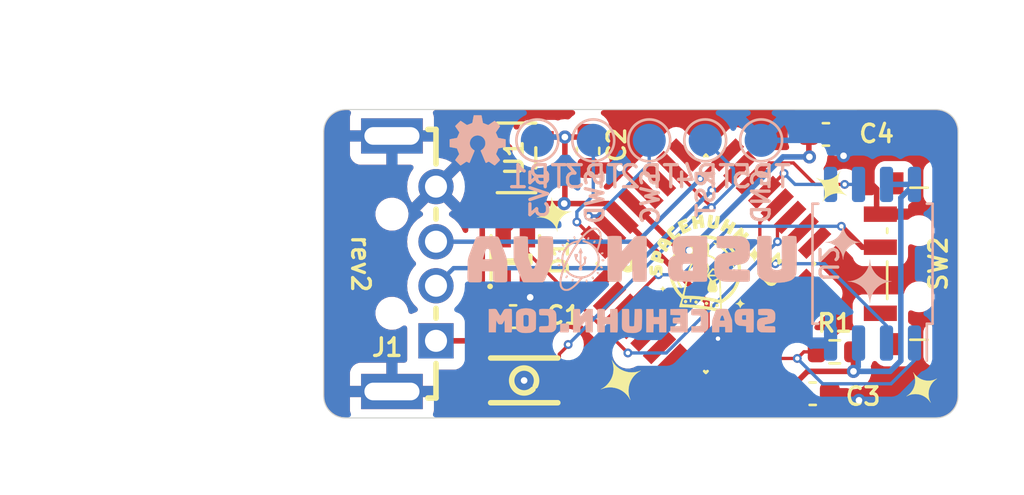
<source format=kicad_pcb>
(kicad_pcb (version 20221018) (generator pcbnew)
  (title_block (title "USB Nova") (date "2022-05-29") (rev "2") (company "Spacehuhn Technologies") (comment 1 "Designed with <3 by Stefan"))
  (layers (0 "F.Cu" signal) (31 "B.Cu" signal) (34 "B.Paste" user) (35 "F.Paste" user) (36 "B.SilkS" user "B.Silkscreen") (37 "F.SilkS" user "F.Silkscreen") (38 "B.Mask" user) (39 "F.Mask" user) (44 "Edge.Cuts" user))
  (net 0 "")
  (net 1 "GND")
  (net 2 "+5V")
  (net 3 "+3V3")
  (net 4 "/NEOPIX")
  (net 5 "/D-")
  (net 6 "/D+")
  (net 7 "/A0_SW")
  (net 8 "/FLASH_CS")
  (net 9 "/SWCLK")
  (net 10 "/SWDIO")
  (net 11 "/SCK2")
  (net 12 "/MOSI2")
  (net 13 "/MISO2")
  (net 14 "/RST")
  (net 15 "Net-(U3-VDDCORE)")
  (footprint "_mykicadlib:USB-A_Plug_THT_U-USBAR04P-M001" (layer "F.Cu") (at 142.3 136 -90)
    (fp_text reference "J1" (at 3.8 1.8) (layer "F.SilkS") (effects (font (size 0.8 0.8) (thickness 0.152)) (justify left)))
    (fp_text value "U-USBAR04P-M001" hide)
    (pad "" np_thru_hole circle (at -2.25 0.8 270) (size 1 1) (drill 1) (layers "*.Cu" "*.Mask"))
    (pad "" np_thru_hole circle (at 2.25 0.8 270) (size 1 1) (drill 1) (layers "*.Cu" "*.Mask"))
    (pad "1" thru_hole rect (at 3.5 -1.2 270) (size 1.6 1.6) (drill 1) (layers "*.Cu" "*.Mask") (net 2 "+5V"))
    (pad "2" thru_hole circle (at 1 -1.2 270) (size 1.6 1.6) (drill 1) (layers "*.Cu" "*.Mask") (net 5 "/D-"))
    (pad "3" thru_hole circle (at -1 -1.2 270) (size 1.6 1.6) (drill 1) (layers "*.Cu" "*.Mask") (net 6 "/D+"))
    (pad "4" thru_hole circle (at -3.5 -1.2 270) (size 1.6 1.6) (drill 1) (layers "*.Cu" "*.Mask") (net 1 "GND"))
    (pad "5" thru_hole rect (at -5.8 0.8 270) (size 1.6 2.8) (drill oval 0.8 2.5) (layers "*.Cu" "*.Mask") (net 1 "GND"))
    (pad "5" thru_hole rect (at 5.8 0.8 270) (size 1.6 2.8) (drill oval 0.8 2.5) (layers "*.Cu" "*.Mask") (net 1 "GND"))
  )
  (footprint "_mykicadlib:SOT-25-5_ME6211C33M5G" (layer "F.Cu") (at 147.05 131.2 -90)
    (fp_text reference "U1" (at -0.005 0 90) (layer "F.SilkS") (effects (font (size 0.8 0.8))))
    (fp_text value "ME6211C33M5G-N")
    (pad "1" smd rect (at -0.955 1.05 180) (size 1.09 0.53) (layers "F.Cu" "F.Paste" "F.Mask") (net 2 "+5V"))
    (pad "2" smd rect (at -0.005 1.05 180) (size 1.09 0.53) (layers "F.Cu" "F.Paste" "F.Mask") (net 1 "GND"))
    (pad "3" smd rect (at 0.945 1.05 180) (size 1.09 0.53) (layers "F.Cu" "F.Paste" "F.Mask") (net 2 "+5V"))
    (pad "4" smd rect (at 0.945 -1.25 180) (size 1.09 0.53) (layers "F.Cu" "F.Paste" "F.Mask"))
    (pad "5" smd rect (at -0.955 -1.25 180) (size 1.09 0.53) (layers "F.Cu" "F.Paste" "F.Mask") (net 3 "+3V3"))
  )
  (footprint "_mykicadlib:ATSAMD21E18A-AUT" (layer "F.Cu") (at 155.75 136 45)
    (fp_text reference "U3" (at 1.992556 2.454834 45) (layer "F.SilkS") (effects (font (size 0.8 0.8))))
    (fp_text value "ATSAMD21E18A-AUT")
    (pad "1" smd rect (at -4.18 -2.8 45) (size 1.6 0.55) (layers "F.Cu" "F.Paste" "F.Mask"))
    (pad "2" smd rect (at -4.18 -2 45) (size 1.6 0.55) (layers "F.Cu" "F.Paste" "F.Mask"))
    (pad "3" smd rect (at -4.18 -1.2 45) (size 1.6 0.55) (layers "F.Cu" "F.Paste" "F.Mask") (net 7 "/A0_SW"))
    (pad "4" smd rect (at -4.18 -0.4 45) (size 1.6 0.55) (layers "F.Cu" "F.Paste" "F.Mask"))
    (pad "5" smd rect (at -4.18 0.4 45) (size 1.6 0.55) (layers "F.Cu" "F.Paste" "F.Mask"))
    (pad "6" smd rect (at -4.18 1.2 45) (size 1.6 0.55) (layers "F.Cu" "F.Paste" "F.Mask"))
    (pad "7" smd rect (at -4.18 2 45) (size 1.6 0.55) (layers "F.Cu" "F.Paste" "F.Mask"))
    (pad "8" smd rect (at -4.18 2.8 45) (size 1.6 0.55) (layers "F.Cu" "F.Paste" "F.Mask"))
    (pad "9" smd rect (at -2.8 4.18 45) (size 0.55 1.6) (layers "F.Cu" "F.Paste" "F.Mask") (net 3 "+3V3"))
    (pad "10" smd rect (at -2 4.18 45) (size 0.55 1.6) (layers "F.Cu" "F.Paste" "F.Mask") (net 1 "GND"))
    (pad "11" smd rect (at -1.2 4.18 45) (size 0.55 1.6) (layers "F.Cu" "F.Paste" "F.Mask") (net 8 "/FLASH_CS"))
    (pad "12" smd rect (at -0.4 4.18 45) (size 0.55 1.6) (layers "F.Cu" "F.Paste" "F.Mask"))
    (pad "13" smd rect (at 0.4 4.18 45) (size 0.55 1.6) (layers "F.Cu" "F.Paste" "F.Mask"))
    (pad "14" smd rect (at 1.2 4.18 45) (size 0.55 1.6) (layers "F.Cu" "F.Paste" "F.Mask"))
    (pad "15" smd rect (at 2 4.18 45) (size 0.55 1.6) (layers "F.Cu" "F.Paste" "F.Mask"))
    (pad "16" smd rect (at 2.8 4.18 45) (size 0.55 1.6) (layers "F.Cu" "F.Paste" "F.Mask"))
    (pad "17" smd rect (at 4.18 2.8 45) (size 1.6 0.55) (layers "F.Cu" "F.Paste" "F.Mask"))
    (pad "18" smd rect (at 4.18 2 45) (size 1.6 0.55) (layers "F.Cu" "F.Paste" "F.Mask"))
    (pad "19" smd rect (at 4.18 1.2 45) (size 1.6 0.55) (layers "F.Cu" "F.Paste" "F.Mask") (net 4 "/NEOPIX"))
    (pad "20" smd rect (at 4.18 0.4 45) (size 1.6 0.55) (layers "F.Cu" "F.Paste" "F.Mask") (net 13 "/MISO2"))
    (pad "21" smd rect (at 4.18 -0.4 45) (size 1.6 0.55) (layers "F.Cu" "F.Paste" "F.Mask") (net 12 "/MOSI2"))
    (pad "22" smd rect (at 4.18 -1.2 45) (size 1.6 0.55) (layers "F.Cu" "F.Paste" "F.Mask") (net 11 "/SCK2"))
    (pad "23" smd rect (at 4.18 -2 45) (size 1.6 0.55) (layers "F.Cu" "F.Paste" "F.Mask") (net 5 "/D-"))
    (pad "24" smd rect (at 4.18 -2.8 45) (size 1.6 0.55) (layers "F.Cu" "F.Paste" "F.Mask") (net 6 "/D+"))
    (pad "25" smd rect (at 2.8 -4.18 45) (size 0.55 1.6) (layers "F.Cu" "F.Paste" "F.Mask"))
    (pad "26" smd rect (at 2 -4.18 45) (size 0.55 1.6) (layers "F.Cu" "F.Paste" "F.Mask") (net 14 "/RST"))
    (pad "27" smd rect (at 1.2 -4.18 45) (size 0.55 1.6) (layers "F.Cu" "F.Paste" "F.Mask"))
    (pad "28" smd rect (at 0.4 -4.18 45) (size 0.55 1.6) (layers "F.Cu" "F.Paste" "F.Mask") (net 1 "GND"))
    (pad "29" smd rect (at -0.4 -4.18 45) (size 0.55 1.6) (layers "F.Cu" "F.Paste" "F.Mask") (net 15 "Net-(U3-VDDCORE)"))
    (pad "30" smd rect (at -1.2 -4.18 45) (size 0.55 1.6) (layers "F.Cu" "F.Paste" "F.Mask") (net 3 "+3V3"))
    (pad "31" smd rect (at -2 -4.18 45) (size 0.55 1.6) (layers "F.Cu" "F.Paste" "F.Mask") (net 9 "/SWCLK"))
    (pad "32" smd rect (at -2.8 -4.18 45) (size 0.55 1.6) (layers "F.Cu" "F.Paste" "F.Mask") (net 10 "/SWDIO"))
  )
  (footprint "Capacitor_SMD:C_0603_1608Metric" (layer "F.Cu") (at 160.6 141.9)
    (fp_text reference "C3" (at 2.28512 0.12156) (layer "F.SilkS") (effects (font (size 0.8 0.8))))
    (fp_text value "1uF")
    (pad "1" smd roundrect (at -0.775 0) (size 0.9 0.95) (layers "F.Cu" "F.Paste" "F.Mask") (net 3 "+3V3"))
    (pad "2" smd roundrect (at 0.775 0) (size 0.9 0.95) (layers "F.Cu" "F.Paste" "F.Mask") (net 1 "GND"))
  )
  (footprint "Capacitor_SMD:C_0603_1608Metric" (layer "F.Cu") (at 150.4 130.88 -90)
    (fp_text reference "C2" (at -0.28 -1.3 -90) (layer "F.SilkS") (effects (font (size 0.8 0.8))))
    (fp_text value "10uF")
    (pad "1" smd roundrect (at -0.775 0 270) (size 0.9 0.95) (layers "F.Cu" "F.Paste" "F.Mask") (net 3 "+3V3"))
    (pad "2" smd roundrect (at 0.775 0 270) (size 0.9 0.95) (layers "F.Cu" "F.Paste" "F.Mask") (net 1 "GND"))
  )
  (footprint "Capacitor_SMD:C_0603_1608Metric" (layer "F.Cu") (at 147 138.4)
    (fp_text reference "C1" (at 2.3 -0.0615) (layer "F.SilkS") (effects (font (size 0.8 0.8))))
    (fp_text value "10uF")
    (pad "1" smd roundrect (at -0.775 0) (size 0.9 0.95) (layers "F.Cu" "F.Paste" "F.Mask") (net 2 "+5V"))
    (pad "2" smd roundrect (at 0.775 0) (size 0.9 0.95) (layers "F.Cu" "F.Paste" "F.Mask") (net 1 "GND"))
  )
  (footprint "Resistor_SMD:R_0603_1608Metric" (layer "F.Cu") (at 161.6 140)
    (fp_text reference "R1" (at 0 -1.3) (layer "F.SilkS") (effects (font (size 0.8 0.8))))
    (fp_text value "5.1K")
    (pad "1" smd roundrect (at -0.825 0) (size 0.8 0.95) (layers "F.Cu" "F.Paste" "F.Mask") (net 8 "/FLASH_CS"))
    (pad "2" smd roundrect (at 0.825 0) (size 0.8 0.95) (layers "F.Cu" "F.Paste" "F.Mask") (net 3 "+3V3"))
  )
  (footprint "Capacitor_SMD:C_0603_1608Metric" (layer "F.Cu") (at 161.2 130.13)
    (fp_text reference "C4" (at 2.3 -0.03) (layer "F.SilkS") (effects (font (size 0.8 0.8))))
    (fp_text value "1uF")
    (pad "1" smd roundrect (at -0.775 0) (size 0.9 0.95) (layers "F.Cu" "F.Paste" "F.Mask") (net 15 "Net-(U3-VDDCORE)"))
    (pad "2" smd roundrect (at 0.775 0) (size 0.9 0.95) (layers "F.Cu" "F.Paste" "F.Mask") (net 1 "GND"))
  )
  (footprint "Artwork:star_small" (layer "F.Cu") (at 151.89708 141.2748 25)
    (fp_text reference "G***" hide)
    (fp_text value "LOGO" hide)
  )
  (footprint "Artwork:spacehuhn_logo_text_small" (layer "F.Cu") (at 155.764441 135.991965)
    (fp_text reference "G***" hide)
    (fp_text value "LOGO" hide)
  )
  (footprint "Artwork:star_tiny" (layer "F.Cu") (at 161.45 132.5 150)
    (fp_text reference "G***" hide)
    (fp_text value "LOGO" hide)
  )
  (footprint "Artwork:star_tiny" (layer "F.Cu") (at 165.55466 141.61516 30)
    (fp_text reference "G***" hide)
    (fp_text value "LOGO" hide)
  )
  (footprint "Artwork:star_tiny" (layer "F.Cu") (at 148.87194 133.76656 10)
    (fp_text reference "G***" hide)
    (fp_text value "LOGO" hide)
  )
  (footprint "_mykicadlib:SW_MK-12C02-G020" (layer "F.Cu") (at 165.1 136 90)
    (fp_text reference "SW2" (at 0 1.2 90) (layer "F.SilkS") (effects (font (size 0.8 0.8))))
    (fp_text value "MK-12C02-G020")
    (pad "" smd rect (at -3.65 -0.78 90) (size 1 0.8) (layers "F.Cu" "F.Paste" "F.Mask"))
    (pad "" smd rect (at -3.65 1.43 90) (size 1 0.8) (layers "F.Cu" "F.Paste" "F.Mask"))
    (pad "" np_thru_hole circle (at -1.5 0.33 90) (size 0.9 0.9) (drill 0.9) (layers "*.Cu" "*.Mask"))
    (pad "" np_thru_hole circle (at 1.5 0.33 90) (size 0.9 0.9) (drill 0.9) (layers "*.Cu" "*.Mask"))
    (pad "" smd rect (at 3.65 -0.78 90) (size 1 0.8) (layers "F.Cu" "F.Paste" "F.Mask"))
    (pad "" smd rect (at 3.65 1.43 90) (size 1 0.8) (layers "F.Cu" "F.Paste" "F.Mask"))
    (pad "1" smd rect (at -2.25 -1.43 90) (size 0.7 1.5) (layers "F.Cu" "F.Paste" "F.Mask"))
    (pad "2" smd rect (at 0.75 -1.43 90) (size 0.7 1.5) (layers "F.Cu" "F.Paste" "F.Mask") (net 7 "/A0_SW"))
    (pad "3" smd rect (at 2.25 -1.43 90) (size 0.7 1.5) (layers "F.Cu" "F.Paste" "F.Mask") (net 1 "GND"))
  )
  (footprint "_mykicadlib:LED-SMD_4P-L2.0-W2.0-TL_WS2812B-2020" (layer "F.Cu") (at 147.1 135.7295 90)
    (fp_text reference "D1" (at 0 2 90) (layer "F.SilkS") (effects (font (size 0.8 0.8))))
    (fp_text value "WS2812B-2020")
    (pad "1" smd rect (at -0.92 -0.55 90) (size 0.9 0.7) (layers "F.Cu" "F.Paste" "F.Mask"))
    (pad "2" smd rect (at -0.92 0.55 90) (size 0.9 0.7) (layers "F.Cu" "F.Paste" "F.Mask") (net 1 "GND"))
    (pad "3" smd rect (at 0.92 0.55 90) (size 0.9 0.7) (layers "F.Cu" "F.Paste" "F.Mask") (net 4 "/NEOPIX"))
    (pad "4" smd rect (at 0.92 -0.55 90) (size 0.9 0.7) (layers "F.Cu" "F.Paste" "F.Mask") (net 3 "+3V3"))
  )
  (footprint "_mykicadlib:SW-SMD_L3.0-W2.0-LS3.5" (layer "F.Cu") (at 147.5 141.3)
    (fp_text reference "SW1" hide)
    (fp_text value "1TS015A-2200-0600-CT")
    (pad "1" smd rect (at -1.6 0) (size 1 1.52) (layers "F.Cu" "F.Paste" "F.Mask") (net 1 "GND"))
    (pad "2" smd rect (at 1.6 0) (size 1 1.52) (layers "F.Cu" "F.Paste" "F.Mask") (net 14 "/RST"))
  )
  (footprint "_mykicadlib:SOIC-8_5.23x5.23mm_P1.27mm" (layer "B.Cu") (at 163.3 136)
    (fp_text reference "U2" (at -2.0032 0.000107 90.1) (layer "B.SilkS") (effects (font (size 0.8 0.8)) (justify mirror)))
    (fp_text value "W25Q32JVSS")
    (pad "1" smd roundrect (at 1.92 3.6 90) (size 1.6 0.6) (layers "B.Cu" "B.Paste" "B.Mask"))
    (pad "2" smd roundrect (at 0.65 3.6 90) (size 1.6 0.6) (layers "B.Cu" "B.Paste" "B.Mask"))
    (pad "3" smd roundrect (at -0.62 3.6 90) (size 1.6 0.6) (layers "B.Cu" "B.Paste" "B.Mask"))
    (pad "4" smd roundrect (at -1.89 3.6 90) (size 1.6 0.6) (layers "B.Cu" "B.Paste" "B.Mask") (net 1 "GND"))
    (pad "5" smd roundrect (at -1.89 -3.6 90) (size 1.6 0.6) (layers "B.Cu" "B.Paste" "B.Mask"))
    (pad "6" smd roundrect (at -0.62 -3.6 90) (size 1.6 0.6) (layers "B.Cu" "B.Paste" "B.Mask"))
    (pad "7" smd roundrect (at 0.65 -3.6 90) (size 1.6 0.6) (layers "B.Cu" "B.Paste" "B.Mask"))
    (pad "8" smd roundrect (at 1.92 -3.6 90) (size 1.6 0.6) (layers "B.Cu" "B.Paste" "B.Mask") (net 3 "+3V3"))
  )
  (footprint "Artwork:oshw_logo_small" (layer "B.Cu") (at 145.3896 130.4 180)
    (fp_text reference "G***" hide)
    (fp_text value "LOGO" hide)
  )
  (footprint "Artwork:star_tiny" (layer "B.Cu") (at 161.9758 135.0264)
    (fp_text reference "G***" hide)
    (fp_text value "LOGO" hide)
  )
  (footprint "Artwork:star_small" (layer "B.Cu") (at 163.195 136.8)
    (fp_text reference "G***" hide)
    (fp_text value "LOGO" hide)
  )
  (footprint "TestPoint:TestPoint_Pad_D1.5mm" (layer "B.Cu") (at 155.72 130.4)
    (fp_text reference "TP4" (at 0 1.648 180) (layer "B.SilkS") (effects (justify mirror)))
    (fp_text value "TestPoint")
    (fp_text user "RST" (at 0.025 2.4 90) (layer "B.SilkS") (effects (font (size 0.8 0.8)) (justify mirror)))
    (pad "1" smd circle (at 0 0) (size 1.5 1.5) (layers "B.Cu" "B.Mask") (net 14 "/RST"))
  )
  (footprint "TestPoint:TestPoint_Pad_D1.5mm" (layer "B.Cu") (at 158.26 130.4)
    (fp_text reference "TP5" (at 0 1.648 180) (layer "B.SilkS") (effects (justify mirror)))
    (fp_text value "TestPoint")
    (fp_text user "GND" (at 0 2.533333 90) (layer "B.SilkS") (effects (font (size 0.8 0.8)) (justify mirror)))
    (pad "1" smd circle (at 0 0) (size 1.5 1.5) (layers "B.Cu" "B.Mask") (net 1 "GND"))
  )
  (footprint "TestPoint:TestPoint_Pad_D1.5mm" (layer "B.Cu") (at 148.1 130.4)
    (fp_text reference "TP1" (at 0 1.648 180) (layer "B.SilkS") (effects (justify mirror)))
    (fp_text value "TestPoint")
    (fp_text user "3V3" (at 0.1 2.419047 90) (layer "B.SilkS") (effects (font (size 0.8 0.8)) (justify mirror)))
    (pad "1" smd circle (at 0 0) (size 1.5 1.5) (layers "B.Cu" "B.Mask") (net 3 "+3V3"))
  )
  (footprint "TestPoint:TestPoint_Pad_D1.5mm" (layer "B.Cu") (at 153.18 130.4)
    (fp_text reference "TP2" (at 0 1.648 180) (layer "B.SilkS") (effects (justify mirror)))
    (fp_text value "TestPoint")
    (fp_text user "SWC" (at 0.05 2.552381 90) (layer "B.SilkS") (effects (font (size 0.8 0.8)) (justify mirror)))
    (pad "1" smd circle (at 0 0) (size 1.5 1.5) (layers "B.Cu" "B.Mask") (net 9 "/SWCLK"))
  )
  (footprint "TestPoint:TestPoint_Pad_D1.5mm" (layer "B.Cu") (at 150.64 130.4)
    (fp_text reference "TP3" (at 0 1.648 180) (layer "B.SilkS") (effects (justify mirror)))
    (fp_text value "TestPoint")
    (fp_text user "SWD" (at 0.075 2.552381 90) (layer "B.SilkS") (effects (font (size 0.8 0.8)) (justify mirror)))
    (pad "1" smd circle (at 0 0) (size 1.5 1.5) (layers "B.Cu" "B.Mask") (net 10 "/SWDIO"))
  )
  (footprint "Artwork:spacehuhncom" (layer "B.Cu") (at 152.396274 138.5856 180)
    (fp_text reference "G***" hide)
    (fp_text value "LOGO" hide)
  )
  (footprint "Artwork:nova" (layer "B.Cu") (at 152.4 135.8 180)
    (fp_text reference "G***" hide)
    (fp_text value "LOGO" hide)
  )
  (gr_line (start 166.2 143) (end 139.4 143) (stroke (width 0.05)) (layer "Edge.Cuts"))
  (gr_line (start 139.4 129) (end 166.2 129) (stroke (width 0.05)) (layer "Edge.Cuts"))
  (gr_line (start 167.2 130) (end 167.2 142) (stroke (width 0.05)) (layer "Edge.Cuts"))
  (gr_arc (start 167.2 142) (mid 166.907107 142.707107) (end 166.2 143) (stroke (width 0.05)) (layer "Edge.Cuts"))
  (gr_arc (start 138.4 130) (mid 138.692893 129.292893) (end 139.4 129) (stroke (width 0.05)) (layer "Edge.Cuts"))
  (gr_line (start 138.4 142) (end 138.4 130) (stroke (width 0.05)) (layer "Edge.Cuts"))
  (gr_arc (start 166.2 129) (mid 166.907107 129.292893) (end 167.2 130) (stroke (width 0.05)) (layer "Edge.Cuts"))
  (gr_arc (start 139.4 143) (mid 138.692893 142.707107) (end 138.4 142) (stroke (width 0.05)) (layer "Edge.Cuts"))
  (gr_text "rev2" (at 140.081 136 -90) (layer "F.SilkS") (effects (font (size 0.8 0.8))))
  (segment (start 147.775 137.525) (end 147.775 136.7695) (width 0.25) (layer "F.Cu") (net 1))
  (segment (start 163.5 133.58) (end 163.5 132.6) (width 0.25) (layer "F.Cu") (net 1))
  (segment (start 147.775 136.7695) (end 147.65 136.6445) (width 0.25) (layer "F.Cu") (net 1))
  (segment (start 161.975 131.075) (end 162 131.1) (width 0.25) (layer "F.Cu") (net 1))
  (segment (start 163.445 133.7) (end 163.495 133.75) (width 0.15) (layer "F.Cu") (net 1))
  (segment (start 151.855 131.655) (end 152.961451 132.761451) (width 0.25) (layer "F.Cu") (net 1))
  (segment (start 157.26992 140.36992) (end 156.3 139.4) (width 0.25) (layer "F.Cu") (net 1))
  (segment (start 162.7 142.2) (end 161.675 142.2) (width 0.25) (layer "F.Cu") (net 1))
  (segment (start 147.775 138.4) (end 147.775 137.525) (width 0.25) (layer "F.Cu") (net 1))
  (segment (start 161.975 130.13) (end 161.975 131.075) (width 0.25) (layer "F.Cu") (net 1))
  (segment (start 145.9 141.3) (end 147.5 141.3) (width 0.25) (layer "F.Cu") (net 1))
  (segment (start 143.5 132.5) (end 144.8 131.2) (width 0.25) (layer "F.Cu") (net 1))
  (segment (start 150.4 131.655) (end 151.845 131.655) (width 0.25) (layer "F.Cu") (net 1))
  (segment (start 163.5 132.6) (end 162 131.1) (width 0.25) (layer "F.Cu") (net 1))
  (segment (start 163.67 133.75) (end 163.5 133.58) (width 0.25) (layer "F.Cu") (net 1))
  (segment (start 157.291493 140.36992) (end 157.26992 140.36992) (width 0.25) (layer "F.Cu") (net 1))
  (segment (start 151.845 131.655) (end 151.855 131.655) (width 0.25) (layer "F.Cu") (net 1))
  (segment (start 161.675 142.2) (end 161.375 141.9) (width 0.25) (layer "F.Cu") (net 1))
  (segment (start 144.8 131.2) (end 146 131.2) (width 0.25) (layer "F.Cu") (net 1))
  (segment (start 152.961451 132.761451) (end 153.077136 132.761451) (width 0.25) (layer "F.Cu") (net 1))
  (via (at 162 131.1) (size 0.6) (drill 0.3) (layers "F.Cu" "B.Cu") (net 1))
  (via (at 156.3 139.4) (size 0.4) (drill 0.2) (layers "F.Cu" "B.Cu") (net 1))
  (via (at 151.845 131.655) (size 0.6) (drill 0.3) (layers "F.Cu" "B.Cu") (net 1))
  (via (at 147.5 141.3) (size 0.6) (drill 0.3) (layers "F.Cu" "B.Cu") (net 1))
  (via (at 162.7 142.2) (size 0.6) (drill 0.3) (layers "F.Cu" "B.Cu") (net 1))
  (via (at 147.775 137.525) (size 0.6) (drill 0.3) (layers "F.Cu" "B.Cu") (net 1))
  (segment (start 161.3 130.4) (end 158.26 130.4) (width 0.25) (layer "B.Cu") (net 1))
  (segment (start 161.3 130.4) (end 162 131.1) (width 0.25) (layer "B.Cu") (net 1))
  (segment (start 145.6 137.7514) (end 145.6 134.15) (width 0.25) (layer "F.Cu") (net 2))
  (segment (start 146.84 131.69) (end 146.38 132.15) (width 0.25) (layer "F.Cu") (net 2))
  (segment (start 146.225 138.4) (end 146.225 138.3764) (width 0.25) (layer "F.Cu") (net 2))
  (segment (start 145.125 139.5) (end 146.225 138.4) (width 0.25) (layer "F.Cu") (net 2))
  (segment (start 145.125 139.5) (end 143.5 139.5) (width 0.25) (layer "F.Cu") (net 2))
  (segment (start 146.225 138.3764) (end 145.6 137.7514) (width 0.25) (layer "F.Cu") (net 2))
  (segment (start 146 130.25) (end 146.37 130.25) (width 0.25) (layer "F.Cu") (net 2))
  (segment (start 146.38 132.15) (end 146 132.15) (width 0.25) (layer "F.Cu") (net 2))
  (segment (start 146 133.75) (end 146 132.15) (width 0.25) (layer "F.Cu") (net 2))
  (segment (start 146.84 130.72) (end 146.84 131.69) (width 0.25) (layer "F.Cu") (net 2))
  (segment (start 146.37 130.25) (end 146.84 130.72) (width 0.25) (layer "F.Cu") (net 2))
  (segment (start 145.6 134.15) (end 146 133.75) (width 0.25) (layer "F.Cu") (net 2))
  (segment (start 149.35 130.25) (end 150.255 130.25) (width 0.25) (layer "F.Cu") (net 3))
  (segment (start 146.55 134.68) (end 147.96 133.27) (width 0.25) (layer "F.Cu") (net 3))
  (segment (start 157.7 141.9) (end 157.498809 141.698809) (width 0.25) (layer "F.Cu") (net 3))
  (segment (start 148.2 130.25) (end 149.35 130.25) (width 0.25) (layer "F.Cu") (net 3))
  (segment (start 157.489011 141.698809) (end 156.725807 140.935605) (width 0.25) (layer "F.Cu") (net 3))
  (segment (start 162.44998 140.461705) (end 162.44998 140.885969) (width 0.25) (layer "F.Cu") (net 3))
  (segment (start 157.498809 141.698809) (end 157.489011 141.698809) (width 0.25) (layer "F.Cu") (net 3))
  (segment (start 151.322944 133.27) (end 149.319996 133.27) (width 0.25) (layer "F.Cu") (net 3))
  (segment (start 150.255 130.25) (end 150.4 130.105) (width 0.25) (layer "F.Cu") (net 3))
  (segment (start 146.55 134.8145) (end 146.55 134.68) (width 0.25) (layer "F.Cu") (net 3))
  (segment (start 149.35 130.25) (end 149.35 133.239996) (width 0.25) (layer "F.Cu") (net 3))
  (segment (start 151.945766 133.892822) (end 151.322944 133.27) (width 0.25) (layer "F.Cu") (net 3))
  (segment (start 159.825 141.9) (end 159.825 141.425) (width 0.25) (layer "F.Cu") (net 3))
  (segment (start 150.4 130.105) (end 150.4 130.3208) (width 0.25) (layer "F.Cu") (net 3))
  (segment (start 155.8 140.009798) (end 156.725807 140.935605) (width 0.25) (layer "F.Cu") (net 3))
  (segment (start 147.96 133.27) (end 149.319996 133.27) (width 0.25) (layer "F.Cu") (net 3))
  (segment (start 149.35 133.239996) (end 149.319996 133.27) (width 0.25) (layer "F.Cu") (net 3))
  (segment (start 159.825 141.425) (end 160.364031 140.885969) (width 0.25) (layer "F.Cu") (net 3))
  (segment (start 155.8 137.747056) (end 155.8 140.009798) (width 0.25) (layer "F.Cu") (net 3))
  (segment (start 160.364031 140.885969) (end 162.44998 140.885969) (width 0.25) (layer "F.Cu") (net 3))
  (segment (start 162.44998 140.07502) (end 162.44998 140.461705) (width 0.25) (layer "F.Cu") (net 3))
  (segment (start 151.945766 133.892822) (end 155.8 137.747056) (width 0.25) (layer "F.Cu") (net 3))
  (segment (start 159.825 141.9) (end 157.7 141.9) (width 0.25) (layer "F.Cu") (net 3))
  (via (at 149.35 130.25) (size 0.6) (drill 0.3) (layers "F.Cu" "B.Cu") (net 3))
  (via (at 162.44998 140.885969) (size 0.6) (drill 0.3) (layers "F.Cu" "B.Cu") (net 3))
  (via (at 149.319996 133.27) (size 0.6) (drill 0.3) (layers "F.Cu" "B.Cu") (net 3))
  (segment (start 162.665 140.670949) (end 162.44998 140.885969) (width 0.25) (layer "B.Cu") (net 3))
  (segment (start 149.35 130.25) (end 148.25 130.25) (width 0.25) (layer "B.Cu") (net 3))
  (segment (start 165.205 132.4) (end 164.6 133.005) (width 0.25) (layer "B.Cu") (net 3))
  (segment (start 164.114031 140.885969) (end 162.44998 140.885969) (width 0.25) (layer "B.Cu") (net 3))
  (segment (start 164.6 140.4) (end 164.114031 140.885969) (width 0.25) (layer "B.Cu") (net 3))
  (segment (start 164.6 133.005) (end 164.6 140.4) (width 0.25) (layer "B.Cu") (net 3))
  (segment (start 162.665 139.6) (end 162.665 140.36) (width 0.15) (layer "B.Cu") (net 3))
  (segment (start 163.935 132.4) (end 165.205 132.4) (width 0.25) (layer "B.Cu") (net 3))
  (segment (start 162.665 140.36) (end 162.665 140.670949) (width 0.25) (layer "B.Cu") (net 3))
  (segment (start 148.25 130.25) (end 148.1 130.4) (width 0.25) (layer "B.Cu") (net 3))
  (segment (start 159 134.447056) (end 159 135) (width 0.15) (layer "F.Cu") (net 4))
  (segment (start 159.554234 133.892822) (end 159 134.447056) (width 0.15) (layer "F.Cu") (net 4))
  (segment (start 147.65 135.489999) (end 152.21 140.049999) (width 0.15) (layer "F.Cu") (net 4))
  (segment (start 147.65 134.8145) (end 147.65 135.489999) (width 0.15) (layer "F.Cu") (net 4))
  (via (at 152.21 140.049999) (size 0.4) (drill 0.2) (layers "F.Cu" "B.Cu") (net 4))
  (via (at 159 135) (size 0.4) (drill 0.2) (layers "F.Cu" "B.Cu") (net 4))
  (segment (start 153.950001 140.049999) (end 159 135) (width 0.15) (layer "B.Cu") (net 4))
  (segment (start 152.21 140.049999) (end 153.950001 140.049999) (width 0.15) (layer "B.Cu") (net 4))
  (segment (start 157.291493 131.63008) (end 156.256656 132.664917) (width 0.2) (layer "F.Cu") (net 5))
  (segment (start 156.256656 132.664917) (end 156.035083 132.664917) (width 0.2) (layer "F.Cu") (net 5))
  (segment (start 156.035083 132.664917) (end 156.015972 132.664917) (width 0.2) (layer "F.Cu") (net 5))
  (via (at 156.015972 132.664917) (size 0.4) (drill 0.2) (layers "F.Cu" "B.Cu") (net 5))
  (segment (start 143.5 137) (end 144.299999 136.200001) (width 0.2) (layer "B.Cu") (net 5))
  (segment (start 152.480888 136.200001) (end 156.015972 132.664917) (width 0.2) (layer "B.Cu") (net 5))
  (segment (start 144.299999 136.200001) (end 152.480888 136.200001) (width 0.2) (layer "B.Cu") (net 5))
  (segment (start 156.585605 131.064395) (end 155.5 132.15) (width 0.2) (layer "F.Cu") (net 6))
  (segment (start 156.725807 131.064395) (end 156.535605 131.064395) (width 0.15) (layer "F.Cu") (net 6))
  (segment (start 156.725807 131.064395) (end 156.585605 131.064395) (width 0.2) (layer "F.Cu") (net 6))
  (segment (start 155.5 132.15) (end 155.499999 132.15) (width 0.2) (layer "F.Cu") (net 6))
  (via (at 155.499999 132.15) (size 0.4) (drill 0.2) (layers "F.Cu" "B.Cu") (net 6))
  (segment (start 152.649999 135) (end 155.499999 132.15) (width 0.2) (layer "B.Cu") (net 6))
  (segment (start 143.5 135) (end 152.649999 135) (width 0.2) (layer "B.Cu") (net 6))
  (segment (start 151.945766 138.107178) (end 153.552944 136.5) (width 0.15) (layer "F.Cu") (net 7))
  (segment (start 161.9 134.3) (end 161.9 134.299986) (width 0.25) (layer "F.Cu") (net 7))
  (segment (start 153.552944 136.5) (end 153.600002 136.5) (width 0.15) (layer "F.Cu") (net 7))
  (segment (start 163.67 135.25) (end 162.85 135.25) (width 0.25) (layer "F.Cu") (net 7))
  (segment (start 162.85 135.25) (end 161.9 134.3) (width 0.25) (layer "F.Cu") (net 7))
  (via (at 153.600002 136.5) (size 0.4) (drill 0.2) (layers "F.Cu" "B.Cu") (net 7))
  (via (at 161.9 134.299986) (size 0.4) (drill 0.2) (layers "F.Cu" "B.Cu") (net 7))
  (segment (start 154.682842 136.5) (end 153.600002 136.5) (width 0.15) (layer "B.Cu") (net 7))
  (segment (start 156.882856 134.299986) (end 154.682842 136.5) (width 0.15) (layer "B.Cu") (net 7))
  (segment (start 161.9 134.299986) (end 156.882856 134.299986) (width 0.15) (layer "B.Cu") (net 7))
  (segment (start 158.352944 140.3) (end 159.9 140.3) (width 0.15) (layer "F.Cu") (net 8))
  (segment (start 160.775 140) (end 160.2 140) (width 0.15) (layer "F.Cu") (net 8))
  (segment (start 157.857178 139.804234) (end 158.352944 140.3) (width 0.15) (layer "F.Cu") (net 8))
  (segment (start 160.2 140) (end 159.9 140.3) (width 0.15) (layer "F.Cu") (net 8))
  (via (at 159.9 140.3) (size 0.4) (drill 0.2) (layers "F.Cu" "B.Cu") (net 8))
  (segment (start 165.205 140.4) (end 164.155 141.45) (width 0.15) (layer "B.Cu") (net 8))
  (segment (start 164.155 141.45) (end 161.05 141.45) (width 0.15) (layer "B.Cu") (net 8))
  (segment (start 165.205 139.6) (end 165.205 140.4) (width 0.15) (layer "B.Cu") (net 8))
  (segment (start 161.05 141.45) (end 159.9 140.3) (width 0.15) (layer "B.Cu") (net 8))
  (segment (start 151.38008 134.458507) (end 150.756583 133.83501) (width 0.15) (layer "F.Cu") (net 9))
  (segment (start 150.756583 133.83501) (end 150.43 133.83501) (width 0.15) (layer "F.Cu") (net 9))
  (via (at 150.43 133.83501) (size 0.4) (drill 0.2) (layers "F.Cu" "B.Cu") (net 9))
  (segment (start 153.18 130.4) (end 153.18 131.46066) (width 0.15) (layer "B.Cu") (net 9))
  (segment (start 153.18 131.46066) (end 150.80565 133.83501) (width 0.15) (layer "B.Cu") (net 9))
  (segment (start 150.80565 133.83501) (end 150.43 133.83501) (width 0.15) (layer "B.Cu") (net 9))
  (segment (start 150.814395 135.024193) (end 149.895101 134.104899) (width 0.15) (layer "F.Cu") (net 10))
  (via (at 149.895101 134.104899) (size 0.4) (drill 0.2) (layers "F.Cu" "B.Cu") (net 10))
  (segment (start 150.64 132.897002) (end 149.895101 133.641901) (width 0.15) (layer "B.Cu") (net 10))
  (segment (start 150.64 130.4) (end 150.64 132.897002) (width 0.15) (layer "B.Cu") (net 10))
  (segment (start 149.895101 133.641901) (end 149.895101 134.104899) (width 0.15) (layer "B.Cu") (net 10))
  (segment (start 160.7 132.4) (end 162.04999 132.4) (width 0.15) (layer "F.Cu") (net 11))
  (segment (start 158.627945 131.424999) (end 159.724999 131.424999) (width 0.15) (layer "F.Cu") (net 11))
  (segment (start 157.857178 132.195766) (end 158.627945 131.424999) (width 0.15) (layer "F.Cu") (net 11))
  (segment (start 159.724999 131.424999) (end 160.7 132.4) (width 0.15) (layer "F.Cu") (net 11))
  (via (at 162.04999 132.4) (size 0.4) (drill 0.2) (layers "F.Cu" "B.Cu") (net 11))
  (segment (start 162.665 132.4) (end 162.04999 132.4) (width 0.15) (layer "B.Cu") (net 11))
  (segment (start 158.422864 132.761451) (end 159.284313 131.900002) (width 0.15) (layer "F.Cu") (net 12))
  (segment (start 159.284313 131.900002) (end 159.3 131.900002) (width 0.15) (layer "F.Cu") (net 12))
  (via (at 159.3 131.900002) (size 0.4) (drill 0.2) (layers "F.Cu" "B.Cu") (net 12))
  (segment (start 161.395 132.4) (end 159.799998 132.4) (width 0.15) (layer "B.Cu") (net 12))
  (segment (start 159.799998 132.4) (end 159.3 131.900002) (width 0.15) (layer "B.Cu") (net 12))
  (segment (start 158.988549 133.327136) (end 158.2 134.115685) (width 0.15) (layer "F.Cu") (net 13))
  (segment (start 158.2 135.3) (end 158.9 136) (width 0.15) (layer "F.Cu") (net 13))
  (segment (start 158.2 134.115685) (end 158.2 135.3) (width 0.15) (layer "F.Cu") (net 13))
  (via (at 158.9 136) (size 0.4) (drill 0.2) (layers "F.Cu" "B.Cu") (net 13))
  (segment (start 161.135 136) (end 158.9 136) (width 0.15) (layer "B.Cu") (net 13))
  (segment (start 163.935 138.8) (end 161.135 136) (width 0.15) (layer "B.Cu") (net 13))
  (segment (start 163.935 139.6) (end 163.935 138.8) (width 0.15) (layer "B.Cu") (net 13))
  (segment (start 149.1 140.1) (end 149.5 139.7) (width 0.15) (layer "F.Cu") (net 14))
  (segment (start 154.208507 131.63008) (end 156 133.421573) (width 0.15) (layer "F.Cu") (net 14))
  (segment (start 156 133.421573) (end 156 133.45) (width 0.15) (layer "F.Cu") (net 14))
  (segment (start 149.1 140.1) (end 149.1 141.1) (width 0.15) (layer "F.Cu") (net 14))
  (segment (start 149.5 139.7) (end 149.5 139.667158) (width 0.15) (layer "F.Cu") (net 14))
  (via (at 156 133.45) (size 0.4) (drill 0.2) (layers "F.Cu" "B.Cu") (net 14))
  (via (at 149.5 139.667158) (size 0.4) (drill 0.2) (layers "F.Cu" "B.Cu") (net 14))
  (segment (start 155.717158 133.45) (end 156 133.45) (width 0.15) (layer "B.Cu") (net 14))
  (segment (start 155.72 130.4) (end 157 131.68) (width 0.15) (layer "B.Cu") (net 14))
  (segment (start 157 132.45) (end 156 133.45) (width 0.15) (layer "B.Cu") (net 14))
  (segment (start 157 131.68) (end 157 132.45) (width 0.15) (layer "B.Cu") (net 14))
  (segment (start 149.5 139.667158) (end 155.717158 133.45) (width 0.15) (layer "B.Cu") (net 14))
  (segment (start 160.425 131.125) (end 160.450004 131.150004) (width 0.25) (layer "F.Cu") (net 15))
  (segment (start 160.425 130.13) (end 160.425 131.125) (width 0.25) (layer "F.Cu") (net 15))
  (segment (start 152.511451 133.327136) (end 154.584315 135.4) (width 0.25) (layer "F.Cu") (net 15))
  (segment (start 154.584315 135.4) (end 155 135.4) (width 0.25) (layer "F.Cu") (net 15))
  (via (at 160.450004 131.150004) (size 0.6) (drill 0.3) (layers "F.Cu" "B.Cu") (net 15))
  (via (at 155 135.4) (size 0.6) (drill 0.3) (layers "F.Cu" "B.Cu") (net 15))
  (segment (start 160.450004 131.150004) (end 159.249996 131.150004) (width 0.25) (layer "B.Cu") (net 15))
  (segment (start 159.249996 131.150004) (end 155 135.4) (width 0.25) (layer "B.Cu") (net 15))
  (zone (net 1) (net_name "GND") (layer "F.Cu") (connect_pads (clearance 0.508)) (min_thickness 0.254) (fill yes (thermal_gap 0.508) (thermal_bridge_width 0.508))
    (polygon (pts (xy 167.4 142.947518) (xy 138.3 142.947518) (xy 138.3 128.847518) (xy 167.4 128.847518)))
  )
  (zone (net 1) (net_name "GND") (layer "B.Cu") (connect_pads (clearance 0.508)) (min_thickness 0.254) (fill yes (thermal_gap 0.508) (thermal_bridge_width 0.508))
    (polygon (pts (xy 167.6 142.993905) (xy 138.3 143) (xy 138.3 128.7) (xy 167.6 128.693905)))
  )
)
</source>
